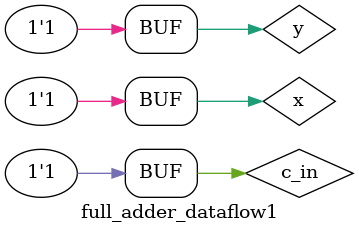
<source format=v>
`timescale 1ns / 1ps

module full_adder_dataflow1;

	// Inputs
	reg x;
	reg y;
  	reg c_in;

	// Outputs
	wire sum;
  	wire c_out;

	// Instantiate the Unit Under Test (UUT)
	full_adder_dataflow uut (
      	.x(x), 
      	.y(y), 
      	.c_in(c_in),
      	.sum(sum),
      	.c_out(c_out)
	);

	initial begin
      $dumpfile("dump.vcd");
      $dumpvars(1); // Xilinx will not generate these two lines
		// Initialize Inputs
		x = 0;
		y = 0;
      	c_in = 0;
      	#100;
      
      	x = 0;
		y = 0;
      	c_in = 1;
      	#100;
        
      	x = 0;
		y = 1;
      	c_in = 0;
      	#100;
      
      	x = 0;
		y = 1;
      	c_in = 1;
      	#100;
        
      	x = 1;
		y = 0;
      	c_in = 0;
      	#100;
       
      	x = 1;
		y = 0;
      	c_in = 1;
      	#100;
      
      	x = 1;
		y = 1;
  		c_in = 0;
      	#100;

      	x = 1;
		y = 1;
  		c_in = 1;
      	#100;
	end
endmodule

</source>
